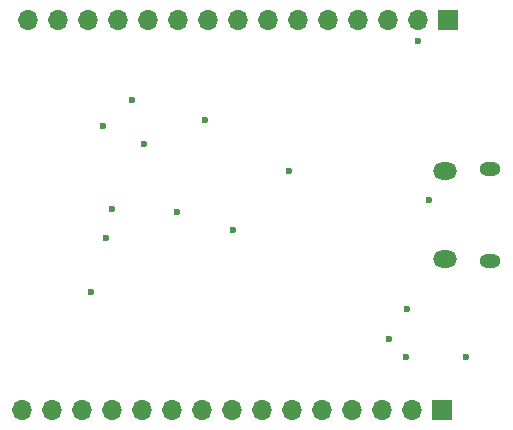
<source format=gbr>
%TF.GenerationSoftware,KiCad,Pcbnew,8.0.8*%
%TF.CreationDate,2025-01-21T23:24:59+01:00*%
%TF.ProjectId,STM32_Design,53544d33-325f-4446-9573-69676e2e6b69,rev?*%
%TF.SameCoordinates,Original*%
%TF.FileFunction,Copper,L2,Bot*%
%TF.FilePolarity,Positive*%
%FSLAX46Y46*%
G04 Gerber Fmt 4.6, Leading zero omitted, Abs format (unit mm)*
G04 Created by KiCad (PCBNEW 8.0.8) date 2025-01-21 23:24:59*
%MOMM*%
%LPD*%
G01*
G04 APERTURE LIST*
%TA.AperFunction,ComponentPad*%
%ADD10R,1.700000X1.700000*%
%TD*%
%TA.AperFunction,ComponentPad*%
%ADD11O,1.700000X1.700000*%
%TD*%
%TA.AperFunction,HeatsinkPad*%
%ADD12O,1.800000X1.150000*%
%TD*%
%TA.AperFunction,HeatsinkPad*%
%ADD13O,2.000000X1.450000*%
%TD*%
%TA.AperFunction,ViaPad*%
%ADD14C,0.600000*%
%TD*%
G04 APERTURE END LIST*
D10*
%TO.P,J3,1,Pin_1*%
%TO.N,+3.3V*%
X138500000Y-96500000D03*
D11*
%TO.P,J3,2,Pin_2*%
%TO.N,GND*%
X135960000Y-96500000D03*
%TO.P,J3,3,Pin_3*%
%TO.N,PA10*%
X133420000Y-96500000D03*
%TO.P,J3,4,Pin_4*%
%TO.N,PA9*%
X130880000Y-96500000D03*
%TO.P,J3,5,Pin_5*%
%TO.N,PA8*%
X128340000Y-96500000D03*
%TO.P,J3,6,Pin_6*%
%TO.N,PB11*%
X125800000Y-96500000D03*
%TO.P,J3,7,Pin_7*%
%TO.N,PB10*%
X123260000Y-96500000D03*
%TO.P,J3,8,Pin_8*%
%TO.N,PB2*%
X120720000Y-96500000D03*
%TO.P,J3,9,Pin_9*%
%TO.N,PB1*%
X118180000Y-96500000D03*
%TO.P,J3,10,Pin_10*%
%TO.N,PB0*%
X115640000Y-96500000D03*
%TO.P,J3,11,Pin_11*%
%TO.N,PA7*%
X113100000Y-96500000D03*
%TO.P,J3,12,Pin_12*%
%TO.N,PA6*%
X110560000Y-96500000D03*
%TO.P,J3,13,Pin_13*%
%TO.N,PA5*%
X108020000Y-96500000D03*
%TO.P,J3,14,Pin_14*%
%TO.N,PA4*%
X105480000Y-96500000D03*
%TO.P,J3,15,Pin_15*%
%TO.N,PA3*%
X102940000Y-96500000D03*
%TD*%
D10*
%TO.P,J2,1,Pin_1*%
%TO.N,+3.3V*%
X139000000Y-63500000D03*
D11*
%TO.P,J2,2,Pin_2*%
%TO.N,GND*%
X136460000Y-63500000D03*
%TO.P,J2,3,Pin_3*%
%TO.N,SWCLK*%
X133920000Y-63500000D03*
%TO.P,J2,4,Pin_4*%
%TO.N,SWDIO*%
X131380000Y-63500000D03*
%TO.P,J2,5,Pin_5*%
%TO.N,PA15*%
X128840000Y-63500000D03*
%TO.P,J2,6,Pin_6*%
%TO.N,SW0*%
X126300000Y-63500000D03*
%TO.P,J2,7,Pin_7*%
%TO.N,PB4*%
X123760000Y-63500000D03*
%TO.P,J2,8,Pin_8*%
%TO.N,PB5*%
X121220000Y-63500000D03*
%TO.P,J2,9,Pin_9*%
%TO.N,PB6*%
X118680000Y-63500000D03*
%TO.P,J2,10,Pin_10*%
%TO.N,PB7*%
X116140000Y-63500000D03*
%TO.P,J2,11,Pin_11*%
%TO.N,PB8*%
X113600000Y-63500000D03*
%TO.P,J2,12,Pin_12*%
%TO.N,PB9*%
X111060000Y-63500000D03*
%TO.P,J2,13,Pin_13*%
%TO.N,PC13*%
X108520000Y-63500000D03*
%TO.P,J2,14,Pin_14*%
%TO.N,PC14*%
X105980000Y-63500000D03*
%TO.P,J2,15,Pin_15*%
%TO.N,PC15*%
X103440000Y-63500000D03*
%TD*%
D12*
%TO.P,J1,6,Shield*%
%TO.N,unconnected-(J1-Shield-Pad6)*%
X142550000Y-83875000D03*
D13*
%TO.N,unconnected-(J1-Shield-Pad6)_1*%
X138750000Y-83725000D03*
%TO.N,unconnected-(J1-Shield-Pad6)_2*%
X138750000Y-76275000D03*
D12*
%TO.N,unconnected-(J1-Shield-Pad6)_3*%
X142550000Y-76125000D03*
%TD*%
D14*
%TO.N,GND*%
X113250000Y-74000000D03*
X136460000Y-65250000D03*
X125500000Y-76250000D03*
X120750000Y-81250000D03*
X116000000Y-79750000D03*
X110500000Y-79475000D03*
X109750000Y-72500000D03*
X108750000Y-86500000D03*
X137375000Y-78746122D03*
X135500000Y-88000000D03*
X134000000Y-90500000D03*
X135450000Y-92000000D03*
X140500000Y-92000000D03*
X112250000Y-70250000D03*
X118400000Y-72000000D03*
X110000000Y-82000000D03*
%TD*%
M02*

</source>
